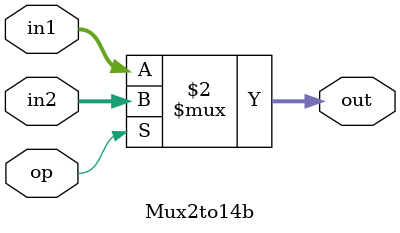
<source format=v>
`timescale 1ns / 1ps
module Mux2to14b(
	input wire[3:0] in1,
	input wire[3:0] in2,
	input wire op,
	output wire[3:0] out
    );
	assign out=(op==1)?in2:in1;

endmodule

</source>
